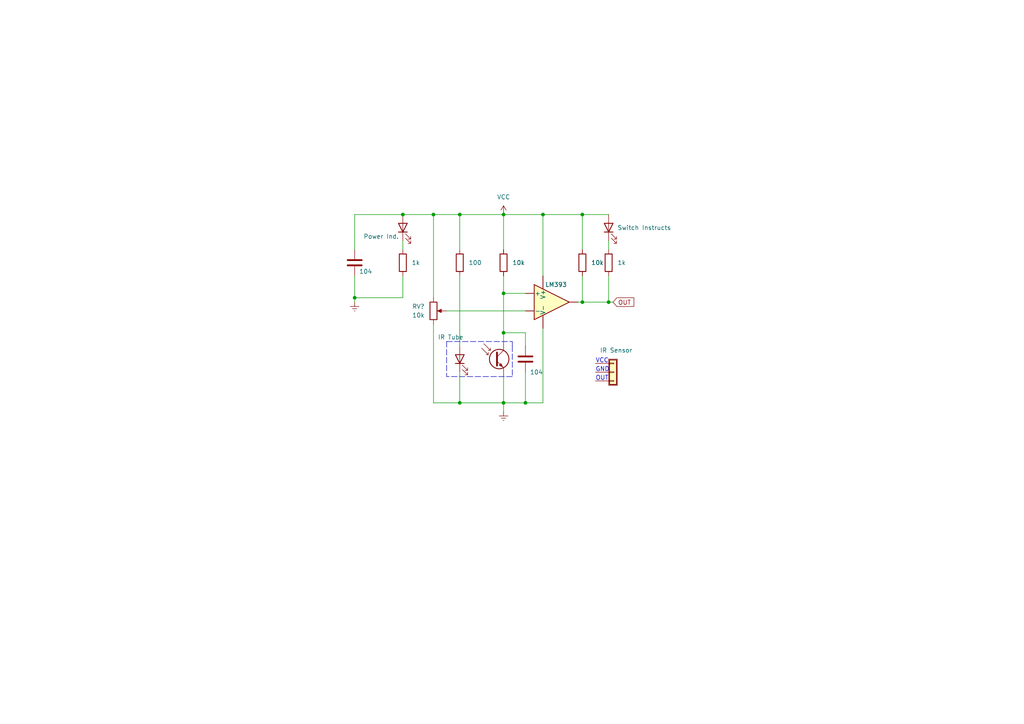
<source format=kicad_sch>
(kicad_sch (version 20211123) (generator eeschema)

  (uuid bbb71485-219b-46ca-8d83-1ee35e0cc608)

  (paper "A4")

  (lib_symbols
    (symbol "Comparator:LMV7219M7" (pin_numbers hide) (pin_names (offset 0.127)) (in_bom yes) (on_board yes)
      (property "Reference" "U" (id 0) (at -1.27 6.35 0)
        (effects (font (size 1.27 1.27)) (justify left))
      )
      (property "Value" "LMV7219M7" (id 1) (at -1.27 3.81 0)
        (effects (font (size 1.27 1.27)) (justify left))
      )
      (property "Footprint" "Package_TO_SOT_SMD:SOT-353_SC-70-5" (id 2) (at -2.54 -5.08 0)
        (effects (font (size 1.27 1.27)) (justify left) hide)
      )
      (property "Datasheet" "https://www.ti.com/lit/ds/symlink/lmv7219.pdf" (id 3) (at 0 0 0)
        (effects (font (size 1.27 1.27)) hide)
      )
      (property "ki_keywords" "cmp" (id 4) (at 0 0 0)
        (effects (font (size 1.27 1.27)) hide)
      )
      (property "ki_description" "Single Low-Power High-Speed Push-Pull Output Comparator, SC-70-5" (id 5) (at 0 0 0)
        (effects (font (size 1.27 1.27)) hide)
      )
      (property "ki_fp_filters" "SOT?353*" (id 6) (at 0 0 0)
        (effects (font (size 1.27 1.27)) hide)
      )
      (symbol "LMV7219M7_0_1"
        (polyline
          (pts
            (xy -5.08 5.08)
            (xy 5.08 0)
            (xy -5.08 -5.08)
            (xy -5.08 5.08)
          )
          (stroke (width 0.254) (type default) (color 0 0 0 0))
          (fill (type background))
        )
        (pin power_in line (at -2.54 -7.62 90) (length 3.81)
          (name "V-" (effects (font (size 1.27 1.27))))
          (number "2" (effects (font (size 1.27 1.27))))
        )
        (pin power_in line (at -2.54 7.62 270) (length 3.81)
          (name "V+" (effects (font (size 1.27 1.27))))
          (number "5" (effects (font (size 1.27 1.27))))
        )
      )
      (symbol "LMV7219M7_1_1"
        (pin output line (at 7.62 0 180) (length 2.54)
          (name "~" (effects (font (size 1.27 1.27))))
          (number "1" (effects (font (size 1.27 1.27))))
        )
        (pin input line (at -7.62 2.54 0) (length 2.54)
          (name "+" (effects (font (size 1.27 1.27))))
          (number "3" (effects (font (size 1.27 1.27))))
        )
        (pin input line (at -7.62 -2.54 0) (length 2.54)
          (name "-" (effects (font (size 1.27 1.27))))
          (number "4" (effects (font (size 1.27 1.27))))
        )
      )
    )
    (symbol "Connector_Generic_Shielded:Conn_01x03_Shielded" (pin_numbers hide) (pin_names (offset 1.016) hide) (in_bom yes) (on_board yes)
      (property "Reference" "J?" (id 0) (at 2.54 1.2701 0)
        (effects (font (size 1.27 1.27)) (justify left))
      )
      (property "Value" "Conn_01x03_Shielded" (id 1) (at 2.54 -1.2699 0)
        (effects (font (size 1.27 1.27)) (justify left))
      )
      (property "Footprint" "" (id 2) (at 0 0 0)
        (effects (font (size 1.27 1.27)) hide)
      )
      (property "Datasheet" "~" (id 3) (at 0 0 0)
        (effects (font (size 1.27 1.27)) hide)
      )
      (property "ki_keywords" "connector" (id 4) (at 0 0 0)
        (effects (font (size 1.27 1.27)) hide)
      )
      (property "ki_description" "Generic shielded connector, single row, 01x03, script generated (kicad-library-utils/schlib/autogen/connector/)" (id 5) (at 0 0 0)
        (effects (font (size 1.27 1.27)) hide)
      )
      (property "ki_fp_filters" "Connector*:*_1x??-1SH*" (id 6) (at 0 0 0)
        (effects (font (size 1.27 1.27)) hide)
      )
      (symbol "Conn_01x03_Shielded_1_1"
        (rectangle (start -1.27 3.81) (end 1.27 -3.81)
          (stroke (width 0.1524) (type default) (color 0 0 0 0))
          (fill (type none))
        )
        (rectangle (start -1.016 -2.413) (end 0.254 -2.667)
          (stroke (width 0.1524) (type default) (color 0 0 0 0))
          (fill (type none))
        )
        (rectangle (start -1.016 0.127) (end 0.254 -0.127)
          (stroke (width 0.1524) (type default) (color 0 0 0 0))
          (fill (type none))
        )
        (rectangle (start -1.016 2.667) (end 0.254 2.413)
          (stroke (width 0.1524) (type default) (color 0 0 0 0))
          (fill (type none))
        )
        (rectangle (start -1.016 3.556) (end 1.016 -3.556)
          (stroke (width 0.254) (type default) (color 0 0 0 0))
          (fill (type background))
        )
        (pin passive line (at -5.08 2.54 0) (length 4.064)
          (name "Pin_1" (effects (font (size 1.27 1.27))))
          (number "1" (effects (font (size 1.27 1.27))))
          (alternate "" input line)
          (alternate "" input line)
        )
        (pin passive line (at -5.08 0 0) (length 4.064)
          (name "Pin_2" (effects (font (size 1.27 1.27))))
          (number "2" (effects (font (size 1.27 1.27))))
          (alternate "" input line)
          (alternate "" input line)
        )
        (pin passive line (at -5.08 -2.54 0) (length 4.064)
          (name "Pin_3" (effects (font (size 1.27 1.27))))
          (number "3" (effects (font (size 1.27 1.27))))
          (alternate "" input line)
          (alternate "" input line)
        )
      )
    )
    (symbol "Device:C" (pin_numbers hide) (pin_names (offset 0.254)) (in_bom yes) (on_board yes)
      (property "Reference" "C" (id 0) (at 0.635 2.54 0)
        (effects (font (size 1.27 1.27)) (justify left))
      )
      (property "Value" "C" (id 1) (at 0.635 -2.54 0)
        (effects (font (size 1.27 1.27)) (justify left))
      )
      (property "Footprint" "" (id 2) (at 0.9652 -3.81 0)
        (effects (font (size 1.27 1.27)) hide)
      )
      (property "Datasheet" "~" (id 3) (at 0 0 0)
        (effects (font (size 1.27 1.27)) hide)
      )
      (property "ki_keywords" "cap capacitor" (id 4) (at 0 0 0)
        (effects (font (size 1.27 1.27)) hide)
      )
      (property "ki_description" "Unpolarized capacitor" (id 5) (at 0 0 0)
        (effects (font (size 1.27 1.27)) hide)
      )
      (property "ki_fp_filters" "C_*" (id 6) (at 0 0 0)
        (effects (font (size 1.27 1.27)) hide)
      )
      (symbol "C_0_1"
        (polyline
          (pts
            (xy -2.032 -0.762)
            (xy 2.032 -0.762)
          )
          (stroke (width 0.508) (type default) (color 0 0 0 0))
          (fill (type none))
        )
        (polyline
          (pts
            (xy -2.032 0.762)
            (xy 2.032 0.762)
          )
          (stroke (width 0.508) (type default) (color 0 0 0 0))
          (fill (type none))
        )
      )
      (symbol "C_1_1"
        (pin passive line (at 0 3.81 270) (length 2.794)
          (name "~" (effects (font (size 1.27 1.27))))
          (number "1" (effects (font (size 1.27 1.27))))
        )
        (pin passive line (at 0 -3.81 90) (length 2.794)
          (name "~" (effects (font (size 1.27 1.27))))
          (number "2" (effects (font (size 1.27 1.27))))
        )
      )
    )
    (symbol "Device:LED" (pin_numbers hide) (pin_names (offset 1.016) hide) (in_bom yes) (on_board yes)
      (property "Reference" "D" (id 0) (at 0 2.54 0)
        (effects (font (size 1.27 1.27)))
      )
      (property "Value" "LED" (id 1) (at 0 -2.54 0)
        (effects (font (size 1.27 1.27)))
      )
      (property "Footprint" "" (id 2) (at 0 0 0)
        (effects (font (size 1.27 1.27)) hide)
      )
      (property "Datasheet" "~" (id 3) (at 0 0 0)
        (effects (font (size 1.27 1.27)) hide)
      )
      (property "ki_keywords" "LED diode" (id 4) (at 0 0 0)
        (effects (font (size 1.27 1.27)) hide)
      )
      (property "ki_description" "Light emitting diode" (id 5) (at 0 0 0)
        (effects (font (size 1.27 1.27)) hide)
      )
      (property "ki_fp_filters" "LED* LED_SMD:* LED_THT:*" (id 6) (at 0 0 0)
        (effects (font (size 1.27 1.27)) hide)
      )
      (symbol "LED_0_1"
        (polyline
          (pts
            (xy -1.27 -1.27)
            (xy -1.27 1.27)
          )
          (stroke (width 0.254) (type default) (color 0 0 0 0))
          (fill (type none))
        )
        (polyline
          (pts
            (xy -1.27 0)
            (xy 1.27 0)
          )
          (stroke (width 0) (type default) (color 0 0 0 0))
          (fill (type none))
        )
        (polyline
          (pts
            (xy 1.27 -1.27)
            (xy 1.27 1.27)
            (xy -1.27 0)
            (xy 1.27 -1.27)
          )
          (stroke (width 0.254) (type default) (color 0 0 0 0))
          (fill (type none))
        )
        (polyline
          (pts
            (xy -3.048 -0.762)
            (xy -4.572 -2.286)
            (xy -3.81 -2.286)
            (xy -4.572 -2.286)
            (xy -4.572 -1.524)
          )
          (stroke (width 0) (type default) (color 0 0 0 0))
          (fill (type none))
        )
        (polyline
          (pts
            (xy -1.778 -0.762)
            (xy -3.302 -2.286)
            (xy -2.54 -2.286)
            (xy -3.302 -2.286)
            (xy -3.302 -1.524)
          )
          (stroke (width 0) (type default) (color 0 0 0 0))
          (fill (type none))
        )
      )
      (symbol "LED_1_1"
        (pin passive line (at -3.81 0 0) (length 2.54)
          (name "K" (effects (font (size 1.27 1.27))))
          (number "1" (effects (font (size 1.27 1.27))))
        )
        (pin passive line (at 3.81 0 180) (length 2.54)
          (name "A" (effects (font (size 1.27 1.27))))
          (number "2" (effects (font (size 1.27 1.27))))
        )
      )
    )
    (symbol "Device:Q_Photo_NPN" (pin_numbers hide) (pin_names (offset 0) hide) (in_bom yes) (on_board yes)
      (property "Reference" "Q" (id 0) (at 5.08 1.27 0)
        (effects (font (size 1.27 1.27)) (justify left))
      )
      (property "Value" "Q_Photo_NPN" (id 1) (at 5.08 -1.27 0)
        (effects (font (size 1.27 1.27)) (justify left))
      )
      (property "Footprint" "" (id 2) (at 5.08 2.54 0)
        (effects (font (size 1.27 1.27)) hide)
      )
      (property "Datasheet" "~" (id 3) (at 0 0 0)
        (effects (font (size 1.27 1.27)) hide)
      )
      (property "ki_keywords" "phototransistor NPN" (id 4) (at 0 0 0)
        (effects (font (size 1.27 1.27)) hide)
      )
      (property "ki_description" "NPN phototransistor, collector/emitter" (id 5) (at 0 0 0)
        (effects (font (size 1.27 1.27)) hide)
      )
      (symbol "Q_Photo_NPN_0_1"
        (polyline
          (pts
            (xy -1.905 1.27)
            (xy -2.54 1.27)
          )
          (stroke (width 0) (type default) (color 0 0 0 0))
          (fill (type none))
        )
        (polyline
          (pts
            (xy -1.27 2.54)
            (xy -1.905 2.54)
          )
          (stroke (width 0) (type default) (color 0 0 0 0))
          (fill (type none))
        )
        (polyline
          (pts
            (xy 0.635 0.635)
            (xy 2.54 2.54)
          )
          (stroke (width 0) (type default) (color 0 0 0 0))
          (fill (type none))
        )
        (polyline
          (pts
            (xy -3.81 3.175)
            (xy -1.905 1.27)
            (xy -1.905 1.905)
          )
          (stroke (width 0) (type default) (color 0 0 0 0))
          (fill (type none))
        )
        (polyline
          (pts
            (xy -3.175 4.445)
            (xy -1.27 2.54)
            (xy -1.27 3.175)
          )
          (stroke (width 0) (type default) (color 0 0 0 0))
          (fill (type none))
        )
        (polyline
          (pts
            (xy 0.635 -0.635)
            (xy 2.54 -2.54)
            (xy 2.54 -2.54)
          )
          (stroke (width 0) (type default) (color 0 0 0 0))
          (fill (type none))
        )
        (polyline
          (pts
            (xy 0.635 1.905)
            (xy 0.635 -1.905)
            (xy 0.635 -1.905)
          )
          (stroke (width 0.508) (type default) (color 0 0 0 0))
          (fill (type none))
        )
        (polyline
          (pts
            (xy 1.27 -1.778)
            (xy 1.778 -1.27)
            (xy 2.286 -2.286)
            (xy 1.27 -1.778)
            (xy 1.27 -1.778)
          )
          (stroke (width 0) (type default) (color 0 0 0 0))
          (fill (type outline))
        )
        (circle (center 1.27 0) (radius 2.8194)
          (stroke (width 0.254) (type default) (color 0 0 0 0))
          (fill (type none))
        )
      )
      (symbol "Q_Photo_NPN_1_1"
        (pin passive line (at 2.54 5.08 270) (length 2.54)
          (name "C" (effects (font (size 1.27 1.27))))
          (number "1" (effects (font (size 1.27 1.27))))
        )
        (pin passive line (at 2.54 -5.08 90) (length 2.54)
          (name "E" (effects (font (size 1.27 1.27))))
          (number "2" (effects (font (size 1.27 1.27))))
        )
      )
    )
    (symbol "Device:R" (pin_numbers hide) (pin_names (offset 0)) (in_bom yes) (on_board yes)
      (property "Reference" "R" (id 0) (at 2.032 0 90)
        (effects (font (size 1.27 1.27)))
      )
      (property "Value" "R" (id 1) (at 0 0 90)
        (effects (font (size 1.27 1.27)))
      )
      (property "Footprint" "" (id 2) (at -1.778 0 90)
        (effects (font (size 1.27 1.27)) hide)
      )
      (property "Datasheet" "~" (id 3) (at 0 0 0)
        (effects (font (size 1.27 1.27)) hide)
      )
      (property "ki_keywords" "R res resistor" (id 4) (at 0 0 0)
        (effects (font (size 1.27 1.27)) hide)
      )
      (property "ki_description" "Resistor" (id 5) (at 0 0 0)
        (effects (font (size 1.27 1.27)) hide)
      )
      (property "ki_fp_filters" "R_*" (id 6) (at 0 0 0)
        (effects (font (size 1.27 1.27)) hide)
      )
      (symbol "R_0_1"
        (rectangle (start -1.016 -2.54) (end 1.016 2.54)
          (stroke (width 0.254) (type default) (color 0 0 0 0))
          (fill (type none))
        )
      )
      (symbol "R_1_1"
        (pin passive line (at 0 3.81 270) (length 1.27)
          (name "~" (effects (font (size 1.27 1.27))))
          (number "1" (effects (font (size 1.27 1.27))))
        )
        (pin passive line (at 0 -3.81 90) (length 1.27)
          (name "~" (effects (font (size 1.27 1.27))))
          (number "2" (effects (font (size 1.27 1.27))))
        )
      )
    )
    (symbol "Device:R_Potentiometer" (pin_numbers hide) (pin_names (offset 1.016) hide) (in_bom yes) (on_board yes)
      (property "Reference" "RV" (id 0) (at -4.445 0 90)
        (effects (font (size 1.27 1.27)))
      )
      (property "Value" "R_Potentiometer" (id 1) (at -2.54 0 90)
        (effects (font (size 1.27 1.27)))
      )
      (property "Footprint" "" (id 2) (at 0 0 0)
        (effects (font (size 1.27 1.27)) hide)
      )
      (property "Datasheet" "~" (id 3) (at 0 0 0)
        (effects (font (size 1.27 1.27)) hide)
      )
      (property "ki_keywords" "resistor variable" (id 4) (at 0 0 0)
        (effects (font (size 1.27 1.27)) hide)
      )
      (property "ki_description" "Potentiometer" (id 5) (at 0 0 0)
        (effects (font (size 1.27 1.27)) hide)
      )
      (property "ki_fp_filters" "Potentiometer*" (id 6) (at 0 0 0)
        (effects (font (size 1.27 1.27)) hide)
      )
      (symbol "R_Potentiometer_0_1"
        (polyline
          (pts
            (xy 2.54 0)
            (xy 1.524 0)
          )
          (stroke (width 0) (type default) (color 0 0 0 0))
          (fill (type none))
        )
        (polyline
          (pts
            (xy 1.143 0)
            (xy 2.286 0.508)
            (xy 2.286 -0.508)
            (xy 1.143 0)
          )
          (stroke (width 0) (type default) (color 0 0 0 0))
          (fill (type outline))
        )
        (rectangle (start 1.016 2.54) (end -1.016 -2.54)
          (stroke (width 0.254) (type default) (color 0 0 0 0))
          (fill (type none))
        )
      )
      (symbol "R_Potentiometer_1_1"
        (pin passive line (at 0 3.81 270) (length 1.27)
          (name "1" (effects (font (size 1.27 1.27))))
          (number "1" (effects (font (size 1.27 1.27))))
        )
        (pin passive line (at 3.81 0 180) (length 1.27)
          (name "2" (effects (font (size 1.27 1.27))))
          (number "2" (effects (font (size 1.27 1.27))))
        )
        (pin passive line (at 0 -3.81 90) (length 1.27)
          (name "3" (effects (font (size 1.27 1.27))))
          (number "3" (effects (font (size 1.27 1.27))))
        )
      )
    )
    (symbol "Earth_1" (power) (pin_numbers hide) (pin_names (offset 0) hide) (in_bom yes) (on_board yes)
      (property "Reference" "#PWR" (id 0) (at 0 -6.35 0)
        (effects (font (size 1.27 1.27)) hide)
      )
      (property "Value" "Earth_1" (id 1) (at 0 -3.81 0)
        (effects (font (size 1.27 1.27)) hide)
      )
      (property "Footprint" "" (id 2) (at 0 0 0)
        (effects (font (size 1.27 1.27)) hide)
      )
      (property "Datasheet" "~" (id 3) (at 0 0 0)
        (effects (font (size 1.27 1.27)) hide)
      )
      (property "ki_keywords" "power-flag ground gnd" (id 4) (at 0 0 0)
        (effects (font (size 1.27 1.27)) hide)
      )
      (property "ki_description" "Power symbol creates a global label with name \"Earth\"" (id 5) (at 0 0 0)
        (effects (font (size 1.27 1.27)) hide)
      )
      (symbol "Earth_1_0_1"
        (polyline
          (pts
            (xy -0.635 -1.905)
            (xy 0.635 -1.905)
          )
          (stroke (width 0) (type default) (color 0 0 0 0))
          (fill (type none))
        )
        (polyline
          (pts
            (xy -0.127 -2.54)
            (xy 0.127 -2.54)
          )
          (stroke (width 0) (type default) (color 0 0 0 0))
          (fill (type none))
        )
        (polyline
          (pts
            (xy 0 -1.27)
            (xy 0 0)
          )
          (stroke (width 0) (type default) (color 0 0 0 0))
          (fill (type none))
        )
        (polyline
          (pts
            (xy 1.27 -1.27)
            (xy -1.27 -1.27)
          )
          (stroke (width 0) (type default) (color 0 0 0 0))
          (fill (type none))
        )
      )
      (symbol "Earth_1_1_1"
        (pin power_in line (at 0 0 270) (length 0) hide
          (name "Earth" (effects (font (size 1.27 1.27))))
          (number "1" (effects (font (size 1.27 1.27))))
        )
      )
    )
    (symbol "power:Earth" (power) (pin_numbers hide) (pin_names (offset 0) hide) (in_bom yes) (on_board yes)
      (property "Reference" "#PWR" (id 0) (at 0 -6.35 0)
        (effects (font (size 1.27 1.27)) hide)
      )
      (property "Value" "Earth" (id 1) (at 0 -3.81 0)
        (effects (font (size 1.27 1.27)) hide)
      )
      (property "Footprint" "" (id 2) (at 0 0 0)
        (effects (font (size 1.27 1.27)) hide)
      )
      (property "Datasheet" "~" (id 3) (at 0 0 0)
        (effects (font (size 1.27 1.27)) hide)
      )
      (property "ki_keywords" "power-flag ground gnd" (id 4) (at 0 0 0)
        (effects (font (size 1.27 1.27)) hide)
      )
      (property "ki_description" "Power symbol creates a global label with name \"Earth\"" (id 5) (at 0 0 0)
        (effects (font (size 1.27 1.27)) hide)
      )
      (symbol "Earth_0_1"
        (polyline
          (pts
            (xy -0.635 -1.905)
            (xy 0.635 -1.905)
          )
          (stroke (width 0) (type default) (color 0 0 0 0))
          (fill (type none))
        )
        (polyline
          (pts
            (xy -0.127 -2.54)
            (xy 0.127 -2.54)
          )
          (stroke (width 0) (type default) (color 0 0 0 0))
          (fill (type none))
        )
        (polyline
          (pts
            (xy 0 -1.27)
            (xy 0 0)
          )
          (stroke (width 0) (type default) (color 0 0 0 0))
          (fill (type none))
        )
        (polyline
          (pts
            (xy 1.27 -1.27)
            (xy -1.27 -1.27)
          )
          (stroke (width 0) (type default) (color 0 0 0 0))
          (fill (type none))
        )
      )
      (symbol "Earth_1_1"
        (pin power_in line (at 0 0 270) (length 0) hide
          (name "Earth" (effects (font (size 1.27 1.27))))
          (number "1" (effects (font (size 1.27 1.27))))
        )
      )
    )
    (symbol "power:VCC" (power) (pin_numbers hide) (pin_names (offset 0) hide) (in_bom yes) (on_board yes)
      (property "Reference" "#PWR" (id 0) (at 0 -3.81 0)
        (effects (font (size 1.27 1.27)) hide)
      )
      (property "Value" "VCC" (id 1) (at 0 3.81 0)
        (effects (font (size 1.27 1.27)))
      )
      (property "Footprint" "" (id 2) (at 0 0 0)
        (effects (font (size 1.27 1.27)) hide)
      )
      (property "Datasheet" "" (id 3) (at 0 0 0)
        (effects (font (size 1.27 1.27)) hide)
      )
      (property "ki_keywords" "power-flag" (id 4) (at 0 0 0)
        (effects (font (size 1.27 1.27)) hide)
      )
      (property "ki_description" "Power symbol creates a global label with name \"VCC\"" (id 5) (at 0 0 0)
        (effects (font (size 1.27 1.27)) hide)
      )
      (symbol "VCC_0_1"
        (polyline
          (pts
            (xy -0.762 1.27)
            (xy 0 2.54)
          )
          (stroke (width 0) (type default) (color 0 0 0 0))
          (fill (type none))
        )
        (polyline
          (pts
            (xy 0 0)
            (xy 0 2.54)
          )
          (stroke (width 0) (type default) (color 0 0 0 0))
          (fill (type none))
        )
        (polyline
          (pts
            (xy 0 2.54)
            (xy 0.762 1.27)
          )
          (stroke (width 0) (type default) (color 0 0 0 0))
          (fill (type none))
        )
      )
      (symbol "VCC_1_1"
        (pin power_in line (at 0 0 90) (length 0) hide
          (name "VCC" (effects (font (size 1.27 1.27))))
          (number "1" (effects (font (size 1.27 1.27))))
        )
      )
    )
  )

  (junction (at 116.84 62.23) (diameter 0) (color 0 0 0 0)
    (uuid 0631159f-8dfd-4362-bd15-ef1c29a87575)
  )
  (junction (at 133.35 62.23) (diameter 0) (color 0 0 0 0)
    (uuid 127545dd-f3bb-422f-a7b8-78dc026e669d)
  )
  (junction (at 168.91 62.23) (diameter 0) (color 0 0 0 0)
    (uuid 24e3764a-5e18-45aa-a3ff-c404b630ae68)
  )
  (junction (at 125.73 62.23) (diameter 0) (color 0 0 0 0)
    (uuid 2d9443df-6707-415e-b829-9a2c5eaf355a)
  )
  (junction (at 146.05 116.84) (diameter 0) (color 0 0 0 0)
    (uuid 303a7bc3-40b8-45c8-b3ff-45e13d289df7)
  )
  (junction (at 102.87 86.36) (diameter 0) (color 0 0 0 0)
    (uuid 40ce6dcd-0ae1-42fc-8a02-26e94d700840)
  )
  (junction (at 146.05 85.09) (diameter 0) (color 0 0 0 0)
    (uuid 46f9739b-196f-4374-a0ea-4193c950180f)
  )
  (junction (at 146.05 96.52) (diameter 0) (color 0 0 0 0)
    (uuid 67c88f0e-8cf3-447e-b889-336b98933a9f)
  )
  (junction (at 168.91 87.63) (diameter 0) (color 0 0 0 0)
    (uuid 6f4ea124-a6d6-4cbc-90c2-88c252a0ca1f)
  )
  (junction (at 157.48 62.23) (diameter 0) (color 0 0 0 0)
    (uuid 702bafb1-6206-424c-9f26-f5cb11994e84)
  )
  (junction (at 146.05 62.23) (diameter 0) (color 0 0 0 0)
    (uuid a220f1d5-3995-415f-a41d-7cac3d38ab42)
  )
  (junction (at 152.4 116.84) (diameter 0) (color 0 0 0 0)
    (uuid c52e7e86-c709-414f-b3b9-68ae50c31924)
  )
  (junction (at 176.53 87.63) (diameter 0) (color 0 0 0 0)
    (uuid d6c6e4c6-41af-41d8-88a5-36b448afdc09)
  )
  (junction (at 133.35 116.84) (diameter 0) (color 0 0 0 0)
    (uuid ed6edd1c-e0f8-4de8-b2f3-0a2aa4cb7016)
  )

  (wire (pts (xy 125.73 116.84) (xy 133.35 116.84))
    (stroke (width 0) (type default) (color 0 0 0 0))
    (uuid 0198e1ec-5316-446e-8ad3-21d6119a2a81)
  )
  (wire (pts (xy 168.91 87.63) (xy 176.53 87.63))
    (stroke (width 0) (type default) (color 0 0 0 0))
    (uuid 02afdb47-047b-443e-b20e-06b55e854d97)
  )
  (wire (pts (xy 116.84 62.23) (xy 125.73 62.23))
    (stroke (width 0) (type default) (color 0 0 0 0))
    (uuid 0a7fedbf-4633-4bb6-92cf-71fce10b0b56)
  )
  (wire (pts (xy 168.91 62.23) (xy 176.53 62.23))
    (stroke (width 0) (type default) (color 0 0 0 0))
    (uuid 11e8c848-2c3b-4691-962b-08c2327d5f3f)
  )
  (wire (pts (xy 133.35 62.23) (xy 133.35 72.39))
    (stroke (width 0) (type default) (color 0 0 0 0))
    (uuid 1507758f-0100-40f8-ae3b-bd359e9f1390)
  )
  (wire (pts (xy 152.4 100.33) (xy 152.4 96.52))
    (stroke (width 0) (type default) (color 0 0 0 0))
    (uuid 1b8a928b-c688-4b13-a3ce-3d0eca171290)
  )
  (wire (pts (xy 133.35 80.01) (xy 133.35 100.33))
    (stroke (width 0) (type default) (color 0 0 0 0))
    (uuid 2073e205-26d4-4e93-a3fd-5041136e050c)
  )
  (polyline (pts (xy 129.54 99.06) (xy 129.54 109.22))
    (stroke (width 0) (type default) (color 0 0 0 0))
    (uuid 2615981c-5b2e-40a0-935d-43c80fc6e894)
  )

  (wire (pts (xy 133.35 116.84) (xy 146.05 116.84))
    (stroke (width 0) (type default) (color 0 0 0 0))
    (uuid 2e8ca7d0-8c9a-4c27-bd18-1f9f4548cd03)
  )
  (polyline (pts (xy 148.59 109.22) (xy 129.54 109.22))
    (stroke (width 0) (type default) (color 0 0 0 0))
    (uuid 34037d5b-a006-4a24-bc80-4e2edca0ce8e)
  )

  (wire (pts (xy 168.91 62.23) (xy 168.91 72.39))
    (stroke (width 0) (type default) (color 0 0 0 0))
    (uuid 3cb99fae-0d48-4796-aa57-b38e6953b02d)
  )
  (wire (pts (xy 125.73 93.98) (xy 125.73 116.84))
    (stroke (width 0) (type default) (color 0 0 0 0))
    (uuid 46215592-efb6-44f0-a0af-be4613b351eb)
  )
  (wire (pts (xy 129.54 90.17) (xy 152.4 90.17))
    (stroke (width 0) (type default) (color 0 0 0 0))
    (uuid 499c8c89-d329-4e65-bbd7-5c2cf9c150db)
  )
  (wire (pts (xy 157.48 62.23) (xy 168.91 62.23))
    (stroke (width 0) (type default) (color 0 0 0 0))
    (uuid 4b9aded6-e13d-4806-8f19-e5eab32eca99)
  )
  (wire (pts (xy 125.73 62.23) (xy 125.73 86.36))
    (stroke (width 0) (type default) (color 0 0 0 0))
    (uuid 63579256-4c9d-4f1a-a06d-07372382ee29)
  )
  (wire (pts (xy 146.05 109.22) (xy 146.05 116.84))
    (stroke (width 0) (type default) (color 0 0 0 0))
    (uuid 6a805837-dd48-4c00-9a06-82e6c0706f05)
  )
  (wire (pts (xy 146.05 62.23) (xy 146.05 72.39))
    (stroke (width 0) (type default) (color 0 0 0 0))
    (uuid 7039831e-5844-42b6-8dd0-b94b6dc548ce)
  )
  (wire (pts (xy 152.4 96.52) (xy 146.05 96.52))
    (stroke (width 0) (type default) (color 0 0 0 0))
    (uuid 714a6dbd-182d-42ff-9659-32ecab7b5503)
  )
  (wire (pts (xy 168.91 80.01) (xy 168.91 87.63))
    (stroke (width 0) (type default) (color 0 0 0 0))
    (uuid 71f55df2-8089-4462-a975-abb951b6c1bf)
  )
  (wire (pts (xy 176.53 87.63) (xy 177.8 87.63))
    (stroke (width 0) (type default) (color 0 0 0 0))
    (uuid 73d6402c-04ee-4f3b-8734-01197d559e9c)
  )
  (wire (pts (xy 157.48 62.23) (xy 157.48 80.01))
    (stroke (width 0) (type default) (color 0 0 0 0))
    (uuid 77d970aa-e0c8-4a25-adb2-1e1c1cff8924)
  )
  (wire (pts (xy 146.05 62.23) (xy 157.48 62.23))
    (stroke (width 0) (type default) (color 0 0 0 0))
    (uuid 77dc5298-281d-413f-8cbe-3c4f3582c4c4)
  )
  (wire (pts (xy 152.4 116.84) (xy 157.48 116.84))
    (stroke (width 0) (type default) (color 0 0 0 0))
    (uuid 77e4eb29-7126-4244-83c0-3078553c59e2)
  )
  (wire (pts (xy 133.35 62.23) (xy 146.05 62.23))
    (stroke (width 0) (type default) (color 0 0 0 0))
    (uuid 7c96ecc8-810b-4d12-a7b2-f01ce49d86ca)
  )
  (wire (pts (xy 125.73 62.23) (xy 133.35 62.23))
    (stroke (width 0) (type default) (color 0 0 0 0))
    (uuid 7e35fb5c-9aab-4433-bf1f-37e4cd94cefd)
  )
  (wire (pts (xy 102.87 86.36) (xy 102.87 87.63))
    (stroke (width 0) (type default) (color 0 0 0 0))
    (uuid 824a4e34-92c6-4205-be2a-c8e84ad8f1cb)
  )
  (wire (pts (xy 146.05 116.84) (xy 146.05 119.38))
    (stroke (width 0) (type default) (color 0 0 0 0))
    (uuid 84521634-5bc5-46da-8f99-0ca2c1fdd757)
  )
  (wire (pts (xy 167.64 87.63) (xy 168.91 87.63))
    (stroke (width 0) (type default) (color 0 0 0 0))
    (uuid 98fb2b62-05b2-43f7-bb85-fb4a44d845f5)
  )
  (wire (pts (xy 116.84 69.85) (xy 116.84 72.39))
    (stroke (width 0) (type default) (color 0 0 0 0))
    (uuid 996b5eb1-8953-4e43-bfb1-bc00ebcbc285)
  )
  (wire (pts (xy 102.87 62.23) (xy 116.84 62.23))
    (stroke (width 0) (type default) (color 0 0 0 0))
    (uuid a16d62de-9fa6-42c5-89e4-3cbda7992622)
  )
  (wire (pts (xy 146.05 85.09) (xy 146.05 96.52))
    (stroke (width 0) (type default) (color 0 0 0 0))
    (uuid a4271936-79a1-4979-bf85-e1fee878e7ff)
  )
  (wire (pts (xy 102.87 72.39) (xy 102.87 62.23))
    (stroke (width 0) (type default) (color 0 0 0 0))
    (uuid a5283d55-2aee-4e6c-8050-92625134a9c7)
  )
  (wire (pts (xy 157.48 116.84) (xy 157.48 95.25))
    (stroke (width 0) (type default) (color 0 0 0 0))
    (uuid a67b4165-81eb-40b4-ad1b-363fe80c971e)
  )
  (wire (pts (xy 146.05 85.09) (xy 152.4 85.09))
    (stroke (width 0) (type default) (color 0 0 0 0))
    (uuid a7e16882-cd79-4154-99dd-2ad8f505200d)
  )
  (wire (pts (xy 146.05 80.01) (xy 146.05 85.09))
    (stroke (width 0) (type default) (color 0 0 0 0))
    (uuid a7f661a2-8b4d-4d05-b0d9-fadbd6a9af72)
  )
  (wire (pts (xy 152.4 107.95) (xy 152.4 116.84))
    (stroke (width 0) (type default) (color 0 0 0 0))
    (uuid abbc6bf4-020b-4f07-b5f5-5857a392a332)
  )
  (polyline (pts (xy 148.59 100.33) (xy 148.59 109.22))
    (stroke (width 0) (type default) (color 0 0 0 0))
    (uuid b30beae7-9562-46c8-a8d1-23fa0f516d74)
  )
  (polyline (pts (xy 148.59 99.06) (xy 148.59 100.33))
    (stroke (width 0) (type default) (color 0 0 0 0))
    (uuid bbb31786-e13e-461a-bbeb-20602e76b0c8)
  )
  (polyline (pts (xy 129.54 99.06) (xy 148.59 99.06))
    (stroke (width 0) (type default) (color 0 0 0 0))
    (uuid cfb90046-6c85-4d97-a3a8-ee1ef46e83e6)
  )

  (wire (pts (xy 146.05 116.84) (xy 152.4 116.84))
    (stroke (width 0) (type default) (color 0 0 0 0))
    (uuid e0be8d8f-735a-42e3-adb6-c638abc8da7f)
  )
  (wire (pts (xy 102.87 80.01) (xy 102.87 86.36))
    (stroke (width 0) (type default) (color 0 0 0 0))
    (uuid e35d17ff-ad96-4481-b272-b675758c5879)
  )
  (wire (pts (xy 176.53 80.01) (xy 176.53 87.63))
    (stroke (width 0) (type default) (color 0 0 0 0))
    (uuid e4179929-5737-44fd-ac59-5b09371136fc)
  )
  (wire (pts (xy 116.84 80.01) (xy 116.84 86.36))
    (stroke (width 0) (type default) (color 0 0 0 0))
    (uuid eb4eb7c1-b3d8-4842-b0e4-e4cf2ac68607)
  )
  (wire (pts (xy 133.35 107.95) (xy 133.35 116.84))
    (stroke (width 0) (type default) (color 0 0 0 0))
    (uuid ef032803-f237-4a29-94a9-b1c4b896a030)
  )
  (wire (pts (xy 176.53 69.85) (xy 176.53 72.39))
    (stroke (width 0) (type default) (color 0 0 0 0))
    (uuid f31b8930-91ca-451c-b106-c80fd1261076)
  )
  (wire (pts (xy 146.05 96.52) (xy 146.05 99.06))
    (stroke (width 0) (type default) (color 0 0 0 0))
    (uuid fa29e7b3-2a6f-421e-9ae9-ad871ce23459)
  )
  (wire (pts (xy 116.84 86.36) (xy 102.87 86.36))
    (stroke (width 0) (type default) (color 0 0 0 0))
    (uuid fe26b566-318f-4dde-b5d5-a7b69e875e62)
  )

  (text "OUT" (at 172.72 110.49 0)
    (effects (font (size 1.27 1.27)) (justify left bottom))
    (uuid 0f78bcc3-89a7-482a-80c4-74a5621dd5ad)
  )
  (text "VCC" (at 172.72 105.41 0)
    (effects (font (size 1.27 1.27)) (justify left bottom))
    (uuid 43b7b6d9-de84-4662-b6fa-303d5b9d7662)
  )
  (text "GND\n" (at 172.72 107.95 0)
    (effects (font (size 1.27 1.27)) (justify left bottom))
    (uuid b35719ef-c187-4239-a341-ab751e770933)
  )

  (global_label "OUT" (shape input) (at 177.8 87.63 0) (fields_autoplaced)
    (effects (font (size 1.27 1.27)) (justify left))
    (uuid c6a7c822-3dbd-4615-975b-357d6ea0b98e)
    (property "Intersheet References" "${INTERSHEET_REFS}" (id 0) (at 183.8417 87.5506 0)
      (effects (font (size 1.27 1.27)) (justify left) hide)
    )
  )

  (symbol (lib_id "power:VCC") (at 146.05 62.23 0) (unit 1)
    (in_bom yes) (on_board yes) (fields_autoplaced)
    (uuid 15e0c7d0-c64e-4690-98b1-2f350184a3e6)
    (property "Reference" "#PWR?" (id 0) (at 146.05 66.04 0)
      (effects (font (size 1.27 1.27)) hide)
    )
    (property "Value" "VCC" (id 1) (at 146.05 57.15 0))
    (property "Footprint" "" (id 2) (at 146.05 62.23 0)
      (effects (font (size 1.27 1.27)) hide)
    )
    (property "Datasheet" "" (id 3) (at 146.05 62.23 0)
      (effects (font (size 1.27 1.27)) hide)
    )
    (pin "1" (uuid fb5c07c6-5d8b-4b9f-91d1-adb920f9c19c))
  )

  (symbol (lib_id "Connector_Generic_Shielded:Conn_01x03_Shielded") (at 177.8 107.95 0) (unit 1)
    (in_bom yes) (on_board yes)
    (uuid 3de4cc3b-9983-4028-8ff2-1a837ba57284)
    (property "Reference" "J?" (id 0) (at 180.34 106.6799 0)
      (effects (font (size 1.27 1.27)) (justify left) hide)
    )
    (property "Value" "IR Sensor" (id 1) (at 173.99 101.6 0)
      (effects (font (size 1.27 1.27)) (justify left))
    )
    (property "Footprint" "" (id 2) (at 177.8 107.95 0)
      (effects (font (size 1.27 1.27)) hide)
    )
    (property "Datasheet" "~" (id 3) (at 177.8 107.95 0)
      (effects (font (size 1.27 1.27)) hide)
    )
    (pin "1" (uuid 4f20ac5e-75ce-4b76-9c4d-62a0024a3ccb) (alternate "VCC"))
    (pin "2" (uuid 535b63bb-6602-4c6a-add8-10eb1e423c6a) (alternate "GND"))
    (pin "3" (uuid 976d160c-3005-432c-9fa7-3292b0cbc5da) (alternate "OUT"))
  )

  (symbol (lib_id "power:Earth") (at 146.05 119.38 0) (unit 1)
    (in_bom yes) (on_board yes) (fields_autoplaced)
    (uuid 45c40dc5-07a8-4204-b5d1-b07dc59ae99c)
    (property "Reference" "#PWR?" (id 0) (at 146.05 125.73 0)
      (effects (font (size 1.27 1.27)) hide)
    )
    (property "Value" "Earth" (id 1) (at 146.05 123.19 0)
      (effects (font (size 1.27 1.27)) hide)
    )
    (property "Footprint" "" (id 2) (at 146.05 119.38 0)
      (effects (font (size 1.27 1.27)) hide)
    )
    (property "Datasheet" "~" (id 3) (at 146.05 119.38 0)
      (effects (font (size 1.27 1.27)) hide)
    )
    (pin "1" (uuid 952e551c-ce4c-440d-a1b8-6af4309b1bfc))
  )

  (symbol (lib_id "Device:LED") (at 116.84 66.04 90) (unit 1)
    (in_bom yes) (on_board yes)
    (uuid 47b7b729-c455-4dff-ad1a-1255bc15d0b7)
    (property "Reference" "D?" (id 0) (at 120.65 66.3574 90)
      (effects (font (size 1.27 1.27)) (justify right) hide)
    )
    (property "Value" "Power Ind." (id 1) (at 105.41 68.58 90)
      (effects (font (size 1.27 1.27)) (justify right))
    )
    (property "Footprint" "" (id 2) (at 116.84 66.04 0)
      (effects (font (size 1.27 1.27)) hide)
    )
    (property "Datasheet" "~" (id 3) (at 116.84 66.04 0)
      (effects (font (size 1.27 1.27)) hide)
    )
    (pin "1" (uuid eca9e364-8a06-4c48-a4f5-cc220be0b66f))
    (pin "2" (uuid 902a84fb-864f-4b95-b05c-3334591e9825))
  )

  (symbol (lib_id "Device:R") (at 146.05 76.2 0) (unit 1)
    (in_bom yes) (on_board yes)
    (uuid 4b301742-7d33-465e-80eb-84675d1c7492)
    (property "Reference" "R?" (id 0) (at 148.59 74.9299 0)
      (effects (font (size 1.27 1.27)) (justify left) hide)
    )
    (property "Value" "10k" (id 1) (at 148.59 76.2 0)
      (effects (font (size 1.27 1.27)) (justify left))
    )
    (property "Footprint" "" (id 2) (at 144.272 76.2 90)
      (effects (font (size 1.27 1.27)) hide)
    )
    (property "Datasheet" "~" (id 3) (at 146.05 76.2 0)
      (effects (font (size 1.27 1.27)) hide)
    )
    (pin "1" (uuid 3e101c73-8732-4ef2-930a-87e3e2e50c55))
    (pin "2" (uuid e33860e6-992f-44d6-8d4b-b7ff66b1e26f))
  )

  (symbol (lib_id "Device:R") (at 168.91 76.2 0) (unit 1)
    (in_bom yes) (on_board yes)
    (uuid 55746eaa-2af2-477a-92a5-0f9c89b0e6e8)
    (property "Reference" "R?" (id 0) (at 171.45 74.9299 0)
      (effects (font (size 1.27 1.27)) (justify left) hide)
    )
    (property "Value" "10k" (id 1) (at 171.45 76.2 0)
      (effects (font (size 1.27 1.27)) (justify left))
    )
    (property "Footprint" "" (id 2) (at 167.132 76.2 90)
      (effects (font (size 1.27 1.27)) hide)
    )
    (property "Datasheet" "~" (id 3) (at 168.91 76.2 0)
      (effects (font (size 1.27 1.27)) hide)
    )
    (pin "1" (uuid 76d85f80-6949-4b4e-ad4c-e4be5c0ec8e7))
    (pin "2" (uuid e2ba8d3b-a6b5-45c1-93ba-d5c8615335e2))
  )

  (symbol (lib_id "Device:R") (at 116.84 76.2 0) (unit 1)
    (in_bom yes) (on_board yes)
    (uuid 583c00b3-222f-48fa-8571-bcaf8b751d67)
    (property "Reference" "R?" (id 0) (at 119.38 74.9299 0)
      (effects (font (size 1.27 1.27)) (justify left) hide)
    )
    (property "Value" "1k" (id 1) (at 119.38 76.2 0)
      (effects (font (size 1.27 1.27)) (justify left))
    )
    (property "Footprint" "" (id 2) (at 115.062 76.2 90)
      (effects (font (size 1.27 1.27)) hide)
    )
    (property "Datasheet" "~" (id 3) (at 116.84 76.2 0)
      (effects (font (size 1.27 1.27)) hide)
    )
    (pin "1" (uuid 26a1daa2-cc29-4301-a5ab-2216aecaa952))
    (pin "2" (uuid 78608c1e-7727-4602-a116-6d5a95d06d8d))
  )

  (symbol (lib_id "Device:R") (at 133.35 76.2 0) (unit 1)
    (in_bom yes) (on_board yes)
    (uuid 7e00c0e7-41c9-4a11-9fee-72b7f9d60966)
    (property "Reference" "R?" (id 0) (at 135.89 74.9299 0)
      (effects (font (size 1.27 1.27)) (justify left) hide)
    )
    (property "Value" "100" (id 1) (at 135.89 76.2 0)
      (effects (font (size 1.27 1.27)) (justify left))
    )
    (property "Footprint" "" (id 2) (at 131.572 76.2 90)
      (effects (font (size 1.27 1.27)) hide)
    )
    (property "Datasheet" "~" (id 3) (at 133.35 76.2 0)
      (effects (font (size 1.27 1.27)) hide)
    )
    (pin "1" (uuid 7121ca7a-105f-4ee8-9d9f-52d2f90a6c62))
    (pin "2" (uuid 5f96bdb6-951f-40d4-b6e0-2665e5bce86a))
  )

  (symbol (lib_id "Device:Q_Photo_NPN") (at 143.51 104.14 0) (unit 1)
    (in_bom yes) (on_board yes) (fields_autoplaced)
    (uuid 80211998-f066-469c-90e9-8444e067af52)
    (property "Reference" "Q?" (id 0) (at 148.59 102.1206 0)
      (effects (font (size 1.27 1.27)) (justify left) hide)
    )
    (property "Value" "Q_Photo_NPN" (id 1) (at 148.59 104.6606 0)
      (effects (font (size 1.27 1.27)) (justify left) hide)
    )
    (property "Footprint" "" (id 2) (at 148.59 101.6 0)
      (effects (font (size 1.27 1.27)) hide)
    )
    (property "Datasheet" "~" (id 3) (at 143.51 104.14 0)
      (effects (font (size 1.27 1.27)) hide)
    )
    (pin "1" (uuid 745fff52-46c3-4977-8de7-16f0d11dc5ef))
    (pin "2" (uuid 0bb09511-ac95-4b05-b4c3-51eba7cff2d4))
  )

  (symbol (lib_id "Device:LED") (at 133.35 104.14 90) (unit 1)
    (in_bom yes) (on_board yes)
    (uuid 9978ad2d-df3b-44c9-b126-9f59a0e37656)
    (property "Reference" "D?" (id 0) (at 137.16 104.4574 90)
      (effects (font (size 1.27 1.27)) (justify right) hide)
    )
    (property "Value" "IR Tube" (id 1) (at 127 97.79 90)
      (effects (font (size 1.27 1.27)) (justify right))
    )
    (property "Footprint" "" (id 2) (at 133.35 104.14 0)
      (effects (font (size 1.27 1.27)) hide)
    )
    (property "Datasheet" "~" (id 3) (at 133.35 104.14 0)
      (effects (font (size 1.27 1.27)) hide)
    )
    (pin "1" (uuid 966633c3-f7fd-4140-b7d0-a66f7ab32c92))
    (pin "2" (uuid 6bb911b2-b598-4fab-b2c4-8e2ef36369de))
  )

  (symbol (lib_id "Device:C") (at 102.87 76.2 0) (unit 1)
    (in_bom yes) (on_board yes)
    (uuid ba394e21-f9f2-4aef-abc0-1939b7073134)
    (property "Reference" "C?" (id 0) (at 106.68 74.9299 0)
      (effects (font (size 1.27 1.27)) (justify left) hide)
    )
    (property "Value" "104" (id 1) (at 104.14 78.74 0)
      (effects (font (size 1.27 1.27)) (justify left))
    )
    (property "Footprint" "" (id 2) (at 103.8352 80.01 0)
      (effects (font (size 1.27 1.27)) hide)
    )
    (property "Datasheet" "~" (id 3) (at 102.87 76.2 0)
      (effects (font (size 1.27 1.27)) hide)
    )
    (pin "1" (uuid cb1f957e-c6ba-48cf-b104-383a8b7b4923))
    (pin "2" (uuid 1c6cb546-a77f-4ae7-bf7f-102316cb1e42))
  )

  (symbol (lib_id "Device:LED") (at 176.53 66.04 90) (unit 1)
    (in_bom yes) (on_board yes)
    (uuid c166048d-4a13-4aaa-b7c2-f277d197e0a1)
    (property "Reference" "D?" (id 0) (at 180.34 66.3574 90)
      (effects (font (size 1.27 1.27)) (justify right) hide)
    )
    (property "Value" "Switch Instructs" (id 1) (at 179.07 66.04 90)
      (effects (font (size 1.27 1.27)) (justify right))
    )
    (property "Footprint" "" (id 2) (at 176.53 66.04 0)
      (effects (font (size 1.27 1.27)) hide)
    )
    (property "Datasheet" "~" (id 3) (at 176.53 66.04 0)
      (effects (font (size 1.27 1.27)) hide)
    )
    (pin "1" (uuid 5a461ca4-dd2e-4c1c-80df-a1b86b756bd5))
    (pin "2" (uuid c63cc6af-df8c-4641-88c8-177b10a5130d))
  )

  (symbol (lib_name "Earth_1") (lib_id "power:Earth") (at 102.87 87.63 0) (unit 1)
    (in_bom yes) (on_board yes) (fields_autoplaced)
    (uuid c5c44a67-497f-4268-9132-9ffe612bc2ab)
    (property "Reference" "#PWR?" (id 0) (at 102.87 93.98 0)
      (effects (font (size 1.27 1.27)) hide)
    )
    (property "Value" "Earth" (id 1) (at 102.87 91.44 0)
      (effects (font (size 1.27 1.27)) hide)
    )
    (property "Footprint" "" (id 2) (at 102.87 87.63 0)
      (effects (font (size 1.27 1.27)) hide)
    )
    (property "Datasheet" "~" (id 3) (at 102.87 87.63 0)
      (effects (font (size 1.27 1.27)) hide)
    )
    (pin "1" (uuid 36df9526-f555-44f7-8b77-0164dcb93ce4))
  )

  (symbol (lib_id "Device:R_Potentiometer") (at 125.73 90.17 0) (unit 1)
    (in_bom yes) (on_board yes) (fields_autoplaced)
    (uuid d2ff6938-4e21-475a-9cd3-31041cdfc577)
    (property "Reference" "RV?" (id 0) (at 123.19 88.8999 0)
      (effects (font (size 1.27 1.27)) (justify right))
    )
    (property "Value" "10k" (id 1) (at 123.19 91.4399 0)
      (effects (font (size 1.27 1.27)) (justify right))
    )
    (property "Footprint" "" (id 2) (at 125.73 90.17 0)
      (effects (font (size 1.27 1.27)) hide)
    )
    (property "Datasheet" "~" (id 3) (at 125.73 90.17 0)
      (effects (font (size 1.27 1.27)) hide)
    )
    (pin "1" (uuid f0b613a7-c556-4cb1-bdad-49ffb970bc41))
    (pin "2" (uuid 3dbda09e-ffc9-4ce3-b541-77d25fe5ba90))
    (pin "3" (uuid 1edef991-20f2-4385-9805-c074eba66d6c))
  )

  (symbol (lib_id "Device:R") (at 176.53 76.2 0) (unit 1)
    (in_bom yes) (on_board yes)
    (uuid d441f363-2754-4279-b177-fe8e25e14739)
    (property "Reference" "R?" (id 0) (at 179.07 74.9299 0)
      (effects (font (size 1.27 1.27)) (justify left) hide)
    )
    (property "Value" "1k" (id 1) (at 179.07 76.2 0)
      (effects (font (size 1.27 1.27)) (justify left))
    )
    (property "Footprint" "" (id 2) (at 174.752 76.2 90)
      (effects (font (size 1.27 1.27)) hide)
    )
    (property "Datasheet" "~" (id 3) (at 176.53 76.2 0)
      (effects (font (size 1.27 1.27)) hide)
    )
    (pin "1" (uuid e05e824d-65d2-4fb5-a166-9f6acb381fe4))
    (pin "2" (uuid 1037ecb4-9823-4ff1-bf94-c07d89ba69bb))
  )

  (symbol (lib_id "Device:C") (at 152.4 104.14 0) (unit 1)
    (in_bom yes) (on_board yes)
    (uuid e46394ae-5394-4cf1-87cc-a9a8a88404dd)
    (property "Reference" "C?" (id 0) (at 156.21 102.8699 0)
      (effects (font (size 1.27 1.27)) (justify left) hide)
    )
    (property "Value" "104" (id 1) (at 153.67 107.95 0)
      (effects (font (size 1.27 1.27)) (justify left))
    )
    (property "Footprint" "" (id 2) (at 153.3652 107.95 0)
      (effects (font (size 1.27 1.27)) hide)
    )
    (property "Datasheet" "~" (id 3) (at 152.4 104.14 0)
      (effects (font (size 1.27 1.27)) hide)
    )
    (pin "1" (uuid 4f44ee7a-4d82-4f98-b166-9b9d9ccffa81))
    (pin "2" (uuid cb534814-9da5-4bc7-bb3d-5770d769287a))
  )

  (symbol (lib_id "Comparator:LMV7219M7") (at 160.02 87.63 0) (unit 1)
    (in_bom yes) (on_board yes)
    (uuid ff58cfe3-e8c1-485f-88bf-4082c0dc5698)
    (property "Reference" "U?" (id 0) (at 172.72 82.931 0)
      (effects (font (size 1.27 1.27)) hide)
    )
    (property "Value" "LM393" (id 1) (at 161.29 82.55 0))
    (property "Footprint" "Package_TO_SOT_SMD:SOT-353_SC-70-5" (id 2) (at 157.48 92.71 0)
      (effects (font (size 1.27 1.27)) (justify left) hide)
    )
    (property "Datasheet" "https://www.ti.com/lit/ds/symlink/lmv7219.pdf" (id 3) (at 160.02 87.63 0)
      (effects (font (size 1.27 1.27)) hide)
    )
    (pin "2" (uuid fec3a6f6-81d5-4010-b854-59bd119a9732))
    (pin "5" (uuid cdee6f4d-085d-4951-8066-16f8e682975c))
    (pin "1" (uuid 82faf61a-5867-4579-ad64-026a38038747))
    (pin "3" (uuid b260aff6-9f28-4e16-a0e3-2cc7da388b79))
    (pin "4" (uuid 7c31fd0f-1370-4bc8-ad79-14d478e64245))
  )

  (sheet_instances
    (path "/" (page "1"))
  )

  (symbol_instances
    (path "/15e0c7d0-c64e-4690-98b1-2f350184a3e6"
      (reference "#PWR?") (unit 1) (value "VCC") (footprint "")
    )
    (path "/45c40dc5-07a8-4204-b5d1-b07dc59ae99c"
      (reference "#PWR?") (unit 1) (value "Earth") (footprint "")
    )
    (path "/c5c44a67-497f-4268-9132-9ffe612bc2ab"
      (reference "#PWR?") (unit 1) (value "Earth") (footprint "")
    )
    (path "/ba394e21-f9f2-4aef-abc0-1939b7073134"
      (reference "C?") (unit 1) (value "104") (footprint "")
    )
    (path "/e46394ae-5394-4cf1-87cc-a9a8a88404dd"
      (reference "C?") (unit 1) (value "104") (footprint "")
    )
    (path "/47b7b729-c455-4dff-ad1a-1255bc15d0b7"
      (reference "D?") (unit 1) (value "Power Ind.") (footprint "")
    )
    (path "/9978ad2d-df3b-44c9-b126-9f59a0e37656"
      (reference "D?") (unit 1) (value "IR Tube") (footprint "")
    )
    (path "/c166048d-4a13-4aaa-b7c2-f277d197e0a1"
      (reference "D?") (unit 1) (value "Switch Instructs") (footprint "")
    )
    (path "/3de4cc3b-9983-4028-8ff2-1a837ba57284"
      (reference "J?") (unit 1) (value "IR Sensor") (footprint "")
    )
    (path "/80211998-f066-469c-90e9-8444e067af52"
      (reference "Q?") (unit 1) (value "Q_Photo_NPN") (footprint "")
    )
    (path "/4b301742-7d33-465e-80eb-84675d1c7492"
      (reference "R?") (unit 1) (value "10k") (footprint "")
    )
    (path "/55746eaa-2af2-477a-92a5-0f9c89b0e6e8"
      (reference "R?") (unit 1) (value "10k") (footprint "")
    )
    (path "/583c00b3-222f-48fa-8571-bcaf8b751d67"
      (reference "R?") (unit 1) (value "1k") (footprint "")
    )
    (path "/7e00c0e7-41c9-4a11-9fee-72b7f9d60966"
      (reference "R?") (unit 1) (value "100") (footprint "")
    )
    (path "/d441f363-2754-4279-b177-fe8e25e14739"
      (reference "R?") (unit 1) (value "1k") (footprint "")
    )
    (path "/d2ff6938-4e21-475a-9cd3-31041cdfc577"
      (reference "RV?") (unit 1) (value "10k") (footprint "")
    )
    (path "/ff58cfe3-e8c1-485f-88bf-4082c0dc5698"
      (reference "U?") (unit 1) (value "LM393") (footprint "Package_TO_SOT_SMD:SOT-353_SC-70-5")
    )
  )
)

</source>
